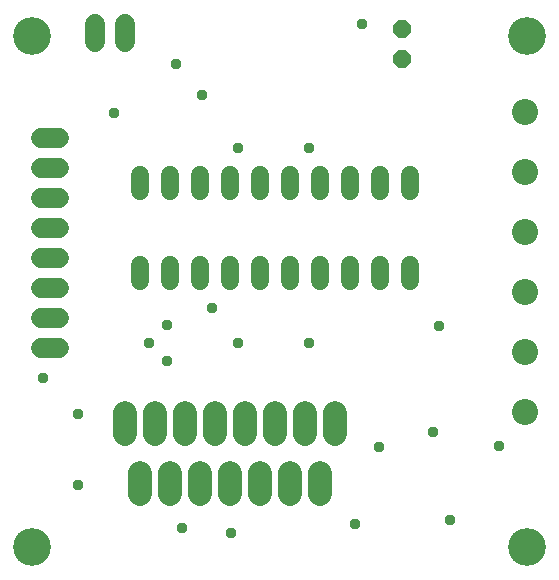
<source format=gbr>
G04 EAGLE Gerber X2 export*
%TF.Part,Single*%
%TF.FileFunction,Soldermask,Top,1*%
%TF.FilePolarity,Positive*%
%TF.GenerationSoftware,Autodesk,EAGLE,9.6.1*%
%TF.CreationDate,2020-04-14T06:35:51Z*%
G75*
%MOMM*%
%FSLAX34Y34*%
%LPD*%
%INSoldermask Top*%
%AMOC8*
5,1,8,0,0,1.08239X$1,22.5*%
G01*
%ADD10C,3.203200*%
%ADD11C,1.524000*%
%ADD12C,2.003200*%
%ADD13C,1.727200*%
%ADD14P,1.649562X8X112.500000*%
%ADD15C,2.203200*%
%ADD16C,0.959600*%


D10*
X36000Y470000D03*
X36000Y37000D03*
X455000Y37000D03*
X455000Y470000D03*
D11*
X127000Y275604D02*
X127000Y262396D01*
X152400Y262396D02*
X152400Y275604D01*
X279400Y275604D02*
X279400Y262396D01*
X304800Y262396D02*
X304800Y275604D01*
X177800Y275604D02*
X177800Y262396D01*
X203200Y262396D02*
X203200Y275604D01*
X254000Y275604D02*
X254000Y262396D01*
X228600Y262396D02*
X228600Y275604D01*
X330200Y275604D02*
X330200Y262396D01*
X355600Y262396D02*
X355600Y275604D01*
X355600Y338596D02*
X355600Y351804D01*
X330200Y351804D02*
X330200Y338596D01*
X304800Y338596D02*
X304800Y351804D01*
X279400Y351804D02*
X279400Y338596D01*
X254000Y338596D02*
X254000Y351804D01*
X228600Y351804D02*
X228600Y338596D01*
X203200Y338596D02*
X203200Y351804D01*
X177800Y351804D02*
X177800Y338596D01*
X152400Y338596D02*
X152400Y351804D01*
X127000Y351804D02*
X127000Y338596D01*
D12*
X203200Y100200D02*
X203200Y82200D01*
X190500Y133000D02*
X190500Y151000D01*
X177800Y100200D02*
X177800Y82200D01*
X165100Y133000D02*
X165100Y151000D01*
X152400Y100200D02*
X152400Y82200D01*
X139700Y133000D02*
X139700Y151000D01*
X215900Y151000D02*
X215900Y133000D01*
X228600Y100200D02*
X228600Y82200D01*
X241300Y133000D02*
X241300Y151000D01*
X254000Y100200D02*
X254000Y82200D01*
X266700Y133000D02*
X266700Y151000D01*
X127000Y100200D02*
X127000Y82200D01*
X114300Y133000D02*
X114300Y151000D01*
X279400Y100200D02*
X279400Y82200D01*
X292100Y133000D02*
X292100Y151000D01*
D13*
X114300Y464580D02*
X114300Y479820D01*
X88900Y479820D02*
X88900Y464580D01*
X58420Y205500D02*
X43180Y205500D01*
X43180Y230900D02*
X58420Y230900D01*
X58420Y256300D02*
X43180Y256300D01*
X43180Y281700D02*
X58420Y281700D01*
X58420Y307100D02*
X43180Y307100D01*
X43180Y332500D02*
X58420Y332500D01*
X58420Y357900D02*
X43180Y357900D01*
X43180Y383300D02*
X58420Y383300D01*
D14*
X349250Y450610D03*
X349250Y476010D03*
D15*
X453140Y253549D03*
X453140Y304349D03*
X453140Y355149D03*
X453140Y405949D03*
X453140Y151949D03*
X453140Y202749D03*
D16*
X210000Y210000D03*
X270000Y210000D03*
X330000Y122000D03*
X309000Y57000D03*
X163000Y53000D03*
X375000Y135000D03*
X431306Y123000D03*
X390000Y60000D03*
X188000Y240000D03*
X158000Y446000D03*
X315000Y480000D03*
X150000Y225000D03*
X75000Y150000D03*
X75000Y90000D03*
X204000Y49000D03*
X380000Y224000D03*
X210000Y375000D03*
X270000Y375000D03*
X105000Y405000D03*
X180000Y420000D03*
X150000Y195000D03*
X45000Y180000D03*
X135000Y210000D03*
M02*

</source>
